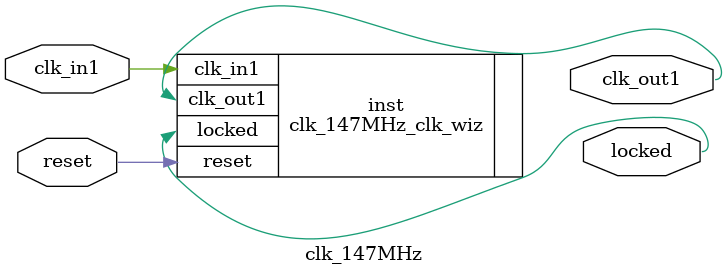
<source format=v>


`timescale 1ps/1ps

(* CORE_GENERATION_INFO = "clk_147MHz,clk_wiz_v6_0_3_0_0,{component_name=clk_147MHz,use_phase_alignment=true,use_min_o_jitter=false,use_max_i_jitter=false,use_dyn_phase_shift=false,use_inclk_switchover=false,use_dyn_reconfig=false,enable_axi=0,feedback_source=FDBK_AUTO,PRIMITIVE=MMCM,num_out_clk=1,clkin1_period=10.000,clkin2_period=10.000,use_power_down=false,use_reset=true,use_locked=true,use_inclk_stopped=false,feedback_type=SINGLE,CLOCK_MGR_TYPE=NA,manual_override=false}" *)

module clk_147MHz 
 (
  // Clock out ports
  output        clk_out1,
  // Status and control signals
  input         reset,
  output        locked,
 // Clock in ports
  input         clk_in1
 );

  clk_147MHz_clk_wiz inst
  (
  // Clock out ports  
  .clk_out1(clk_out1),
  // Status and control signals               
  .reset(reset), 
  .locked(locked),
 // Clock in ports
  .clk_in1(clk_in1)
  );

endmodule

</source>
